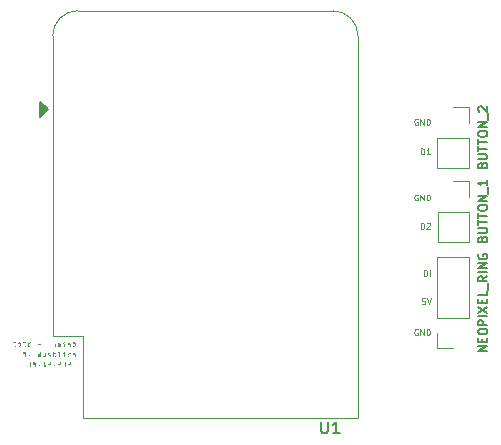
<source format=gbr>
G04 #@! TF.GenerationSoftware,KiCad,Pcbnew,8.0.7*
G04 #@! TF.CreationDate,2024-12-04T23:59:10+01:00*
G04 #@! TF.ProjectId,LuminO,4c756d69-6e4f-42e6-9b69-6361645f7063,rev?*
G04 #@! TF.SameCoordinates,Original*
G04 #@! TF.FileFunction,Legend,Top*
G04 #@! TF.FilePolarity,Positive*
%FSLAX46Y46*%
G04 Gerber Fmt 4.6, Leading zero omitted, Abs format (unit mm)*
G04 Created by KiCad (PCBNEW 8.0.7) date 2024-12-04 23:59:10*
%MOMM*%
%LPD*%
G01*
G04 APERTURE LIST*
%ADD10C,0.125000*%
%ADD11C,0.187500*%
%ADD12C,0.150000*%
%ADD13C,0.120000*%
G04 APERTURE END LIST*
D10*
G36*
X116243266Y-98314185D02*
G01*
X116393475Y-98314185D01*
X116418591Y-98318934D01*
X116440871Y-98331937D01*
X116445499Y-98335800D01*
X116461392Y-98354874D01*
X116469446Y-98378797D01*
X116470045Y-98388190D01*
X116461253Y-98407852D01*
X116441835Y-98415790D01*
X116421563Y-98409562D01*
X116411374Y-98387172D01*
X116411061Y-98386114D01*
X116393042Y-98369164D01*
X116388957Y-98368895D01*
X116246441Y-98368895D01*
X116236183Y-98376222D01*
X116240701Y-98386359D01*
X116454536Y-98662475D01*
X116466638Y-98684306D01*
X116470045Y-98704485D01*
X116464738Y-98729396D01*
X116451239Y-98748571D01*
X116430180Y-98763340D01*
X116409595Y-98767500D01*
X116254013Y-98767500D01*
X116228521Y-98763245D01*
X116206114Y-98750483D01*
X116200279Y-98745273D01*
X116184668Y-98724984D01*
X116177643Y-98701378D01*
X116177443Y-98696425D01*
X116185956Y-98672603D01*
X116207607Y-98665894D01*
X116227512Y-98673832D01*
X116235817Y-98692395D01*
X116242167Y-98707049D01*
X116258165Y-98712789D01*
X116401657Y-98712789D01*
X116410939Y-98703142D01*
X116406420Y-98693005D01*
X116192830Y-98419087D01*
X116181014Y-98397637D01*
X116177687Y-98377566D01*
X116183098Y-98352248D01*
X116196860Y-98333114D01*
X116218109Y-98318917D01*
X116243266Y-98314185D01*
G37*
G36*
X116770506Y-98317508D02*
G01*
X116793022Y-98328995D01*
X116810196Y-98348687D01*
X116814306Y-98356195D01*
X116877809Y-98484788D01*
X116886992Y-98508604D01*
X116891032Y-98534103D01*
X116891242Y-98541697D01*
X116888671Y-98567329D01*
X116880957Y-98591652D01*
X116877809Y-98598361D01*
X116814306Y-98725490D01*
X116800681Y-98745797D01*
X116780331Y-98760566D01*
X116754494Y-98767130D01*
X116745674Y-98767500D01*
X116721176Y-98763713D01*
X116704152Y-98755532D01*
X116685585Y-98739167D01*
X116676553Y-98725490D01*
X116612683Y-98598361D01*
X116604001Y-98575254D01*
X116600181Y-98549528D01*
X116599983Y-98541697D01*
X116600045Y-98540964D01*
X116658357Y-98540964D01*
X116661880Y-98565232D01*
X116666539Y-98577356D01*
X116728088Y-98701310D01*
X116745551Y-98712789D01*
X116762404Y-98701310D01*
X116824198Y-98577356D01*
X116831736Y-98553419D01*
X116832746Y-98540964D01*
X116828706Y-98515750D01*
X116824198Y-98504938D01*
X116763748Y-98382451D01*
X116745551Y-98368895D01*
X116726378Y-98382451D01*
X116666539Y-98504938D01*
X116659324Y-98528773D01*
X116658357Y-98540964D01*
X116600045Y-98540964D01*
X116602079Y-98516987D01*
X116609024Y-98492811D01*
X116612683Y-98484788D01*
X116676553Y-98356195D01*
X116690759Y-98335887D01*
X116711348Y-98321118D01*
X116736994Y-98314554D01*
X116745674Y-98314185D01*
X116770506Y-98317508D01*
G37*
G36*
X117088346Y-98314185D02*
G01*
X117238556Y-98314185D01*
X117263672Y-98318934D01*
X117285951Y-98331937D01*
X117290579Y-98335800D01*
X117306472Y-98354874D01*
X117314526Y-98378797D01*
X117315126Y-98388190D01*
X117306333Y-98407852D01*
X117286916Y-98415790D01*
X117266644Y-98409562D01*
X117256455Y-98387172D01*
X117256141Y-98386114D01*
X117238122Y-98369164D01*
X117234037Y-98368895D01*
X117091521Y-98368895D01*
X117081263Y-98376222D01*
X117085782Y-98386359D01*
X117299616Y-98662475D01*
X117311718Y-98684306D01*
X117315126Y-98704485D01*
X117309818Y-98729396D01*
X117296319Y-98748571D01*
X117275260Y-98763340D01*
X117254676Y-98767500D01*
X117099093Y-98767500D01*
X117073601Y-98763245D01*
X117051195Y-98750483D01*
X117045360Y-98745273D01*
X117029748Y-98724984D01*
X117022724Y-98701378D01*
X117022523Y-98696425D01*
X117031036Y-98672603D01*
X117052687Y-98665894D01*
X117072593Y-98673832D01*
X117080897Y-98692395D01*
X117087247Y-98707049D01*
X117103245Y-98712789D01*
X117246738Y-98712789D01*
X117256019Y-98703142D01*
X117251500Y-98693005D01*
X117037910Y-98419087D01*
X117026094Y-98397637D01*
X117022767Y-98377566D01*
X117028178Y-98352248D01*
X117041940Y-98333114D01*
X117063189Y-98318917D01*
X117088346Y-98314185D01*
G37*
G36*
X117445063Y-98738801D02*
G01*
X117445063Y-98343494D01*
X117453489Y-98322733D01*
X117473884Y-98314185D01*
X117494278Y-98322733D01*
X117502704Y-98343372D01*
X117502704Y-98481613D01*
X117687474Y-98321878D01*
X117709089Y-98314185D01*
X117729362Y-98322123D01*
X117737666Y-98340441D01*
X117728385Y-98359125D01*
X117518824Y-98536934D01*
X117728385Y-98722681D01*
X117736933Y-98740389D01*
X117728507Y-98759073D01*
X117707746Y-98767500D01*
X117686863Y-98759439D01*
X117502704Y-98596285D01*
X117502704Y-98737824D01*
X117494278Y-98758829D01*
X117473884Y-98767500D01*
X117453611Y-98759195D01*
X117445063Y-98738801D01*
G37*
G36*
X118581403Y-98539132D02*
G01*
X118581403Y-98565266D01*
X118572976Y-98586638D01*
X118552582Y-98595553D01*
X118319574Y-98595553D01*
X118299180Y-98586638D01*
X118290754Y-98565266D01*
X118290754Y-98539132D01*
X118299180Y-98518250D01*
X118319574Y-98509579D01*
X118552582Y-98509579D01*
X118572488Y-98517883D01*
X118581403Y-98539132D01*
G37*
G36*
X119135834Y-98767500D02*
G01*
X119135834Y-98342883D01*
X119144383Y-98322733D01*
X119164655Y-98314185D01*
X119184927Y-98322855D01*
X119193597Y-98343005D01*
X119193597Y-98712789D01*
X119397540Y-98712789D01*
X119418301Y-98720849D01*
X119427094Y-98740144D01*
X119418301Y-98759562D01*
X119397540Y-98767500D01*
X119135834Y-98767500D01*
G37*
G36*
X119695394Y-98712789D02*
G01*
X119792603Y-98658079D01*
X119792603Y-98469767D01*
X119801029Y-98448274D01*
X119821424Y-98439237D01*
X119841940Y-98447908D01*
X119850366Y-98468424D01*
X119850366Y-98739045D01*
X119841696Y-98759073D01*
X119821424Y-98767500D01*
X119801152Y-98758463D01*
X119792603Y-98736847D01*
X119792603Y-98712789D01*
X119742411Y-98747472D01*
X119720217Y-98759676D01*
X119695903Y-98766541D01*
X119682694Y-98767500D01*
X119655949Y-98767500D01*
X119630796Y-98764065D01*
X119608459Y-98753761D01*
X119595133Y-98743075D01*
X119579413Y-98723137D01*
X119570357Y-98700142D01*
X119568022Y-98683114D01*
X119559718Y-98467814D01*
X119567778Y-98447908D01*
X119588538Y-98439237D01*
X119608688Y-98447908D01*
X119617481Y-98468180D01*
X119625052Y-98681770D01*
X119634395Y-98705034D01*
X119658348Y-98712759D01*
X119660468Y-98712789D01*
X119695394Y-98712789D01*
G37*
G36*
X119973709Y-98738923D02*
G01*
X119973709Y-98467814D01*
X119982136Y-98447541D01*
X120002530Y-98439237D01*
X120025466Y-98449281D01*
X120030740Y-98460486D01*
X120051194Y-98446728D01*
X120075250Y-98439756D01*
X120084351Y-98439237D01*
X120108629Y-98443135D01*
X120131014Y-98456157D01*
X120141382Y-98466959D01*
X120160922Y-98451176D01*
X120183719Y-98441430D01*
X120201832Y-98439237D01*
X120226836Y-98443969D01*
X120248360Y-98458166D01*
X120262856Y-98478078D01*
X120269247Y-98502552D01*
X120269487Y-98506160D01*
X120277669Y-98739045D01*
X120268999Y-98759073D01*
X120248849Y-98767500D01*
X120228210Y-98758951D01*
X120219295Y-98738679D01*
X120212457Y-98512510D01*
X120201099Y-98493948D01*
X120189131Y-98499077D01*
X120154693Y-98528019D01*
X120154693Y-98739289D01*
X120146267Y-98759317D01*
X120125872Y-98767500D01*
X120105600Y-98759073D01*
X120097052Y-98738557D01*
X120097052Y-98508724D01*
X120084351Y-98493948D01*
X120072994Y-98498466D01*
X120031473Y-98533515D01*
X120031473Y-98738679D01*
X120023168Y-98758951D01*
X120003263Y-98767500D01*
X119982502Y-98759073D01*
X119973709Y-98738923D01*
G37*
G36*
X120518859Y-98282922D02*
G01*
X120549145Y-98282922D01*
X120569540Y-98291714D01*
X120577966Y-98312719D01*
X120577966Y-98338365D01*
X120569540Y-98359858D01*
X120549145Y-98368895D01*
X120518126Y-98368895D01*
X120497366Y-98359736D01*
X120489306Y-98339098D01*
X120490039Y-98312719D01*
X120498465Y-98291714D01*
X120518859Y-98282922D01*
G37*
G36*
X120636340Y-98767500D02*
G01*
X120460485Y-98767500D01*
X120440091Y-98759562D01*
X120431664Y-98740144D01*
X120440091Y-98720971D01*
X120460485Y-98712789D01*
X120519592Y-98712789D01*
X120519592Y-98493948D01*
X120461096Y-98493948D01*
X120440701Y-98485887D01*
X120432275Y-98466959D01*
X120440701Y-98447419D01*
X120461096Y-98439237D01*
X120549145Y-98439237D01*
X120569540Y-98448030D01*
X120577966Y-98468790D01*
X120577966Y-98712789D01*
X120635607Y-98712789D01*
X120656368Y-98720849D01*
X120665161Y-98740144D01*
X120656490Y-98759562D01*
X120636340Y-98767500D01*
G37*
G36*
X120962404Y-98501641D02*
G01*
X120883758Y-98540842D01*
X120883758Y-98736847D01*
X120875087Y-98758463D01*
X120854815Y-98767500D01*
X120834543Y-98759073D01*
X120825995Y-98739045D01*
X120825995Y-98468424D01*
X120834421Y-98447908D01*
X120854815Y-98439237D01*
X120875087Y-98447663D01*
X120883758Y-98467691D01*
X120883758Y-98486132D01*
X120936270Y-98455479D01*
X120958910Y-98444963D01*
X120983767Y-98439808D01*
X120995988Y-98439237D01*
X121022854Y-98439237D01*
X121047286Y-98442637D01*
X121070808Y-98453995D01*
X121082205Y-98463417D01*
X121097724Y-98483041D01*
X121106546Y-98505824D01*
X121108706Y-98522768D01*
X121116644Y-98739045D01*
X121108339Y-98759073D01*
X121087701Y-98767500D01*
X121067795Y-98759806D01*
X121058880Y-98738801D01*
X121050332Y-98524112D01*
X121040918Y-98500575D01*
X121018702Y-98493948D01*
X120990614Y-98493948D01*
X120966158Y-98499838D01*
X120962404Y-98501641D01*
G37*
G36*
X121418448Y-98317508D02*
G01*
X121440964Y-98328995D01*
X121458137Y-98348687D01*
X121462247Y-98356195D01*
X121525750Y-98484788D01*
X121534933Y-98508604D01*
X121538974Y-98534103D01*
X121539184Y-98541697D01*
X121536612Y-98567329D01*
X121528899Y-98591652D01*
X121525750Y-98598361D01*
X121462247Y-98725490D01*
X121448622Y-98745797D01*
X121428272Y-98760566D01*
X121402436Y-98767130D01*
X121393615Y-98767500D01*
X121369117Y-98763713D01*
X121352094Y-98755532D01*
X121333527Y-98739167D01*
X121324494Y-98725490D01*
X121260625Y-98598361D01*
X121251943Y-98575254D01*
X121248123Y-98549528D01*
X121247924Y-98541697D01*
X121247986Y-98540964D01*
X121306298Y-98540964D01*
X121309822Y-98565232D01*
X121314480Y-98577356D01*
X121376029Y-98701310D01*
X121393493Y-98712789D01*
X121410346Y-98701310D01*
X121472139Y-98577356D01*
X121479677Y-98553419D01*
X121480688Y-98540964D01*
X121476647Y-98515750D01*
X121472139Y-98504938D01*
X121411689Y-98382451D01*
X121393493Y-98368895D01*
X121374320Y-98382451D01*
X121314480Y-98504938D01*
X121307265Y-98528773D01*
X121306298Y-98540964D01*
X121247986Y-98540964D01*
X121250020Y-98516987D01*
X121256966Y-98492811D01*
X121260625Y-98484788D01*
X121324494Y-98356195D01*
X121338701Y-98335887D01*
X121359290Y-98321118D01*
X121384935Y-98314554D01*
X121393615Y-98314185D01*
X121418448Y-98317508D01*
G37*
G36*
X117139271Y-99329429D02*
G01*
X117139271Y-99315141D01*
X117079431Y-99232342D01*
X117079431Y-99578801D01*
X117071005Y-99599195D01*
X117050610Y-99607500D01*
X117030216Y-99598951D01*
X117021790Y-99578801D01*
X117021790Y-99154185D01*
X117096284Y-99154185D01*
X117167359Y-99261652D01*
X117240631Y-99154185D01*
X117313782Y-99154185D01*
X117313782Y-99578801D01*
X117304989Y-99599195D01*
X117284229Y-99607500D01*
X117263834Y-99598951D01*
X117255286Y-99578679D01*
X117255286Y-99232342D01*
X117196912Y-99313797D01*
X117196912Y-99329429D01*
X117188363Y-99349091D01*
X117168091Y-99357395D01*
X117147697Y-99349091D01*
X117139271Y-99329429D01*
G37*
G36*
X117561078Y-99419921D02*
G01*
X117619574Y-99419921D01*
X117639724Y-99428469D01*
X117648395Y-99449230D01*
X117648395Y-99499300D01*
X117639968Y-99520427D01*
X117619574Y-99529342D01*
X117560345Y-99529342D01*
X117539951Y-99520671D01*
X117531525Y-99500033D01*
X117531525Y-99449230D01*
X117540073Y-99428469D01*
X117561078Y-99419921D01*
G37*
G36*
X118465265Y-99331627D02*
G01*
X118465265Y-99524457D01*
X118482118Y-99552789D01*
X118506176Y-99552789D01*
X118523639Y-99523968D01*
X118523639Y-99183738D01*
X118532310Y-99162978D01*
X118553192Y-99154185D01*
X118573343Y-99162733D01*
X118582013Y-99182883D01*
X118582013Y-99530807D01*
X118574808Y-99548881D01*
X118548063Y-99592845D01*
X118527964Y-99607142D01*
X118522906Y-99607500D01*
X118468684Y-99607500D01*
X118444629Y-99599707D01*
X118435712Y-99585396D01*
X118419636Y-99604391D01*
X118404082Y-99607500D01*
X118353280Y-99607500D01*
X118329793Y-99600610D01*
X118321772Y-99591502D01*
X118296982Y-99550225D01*
X118290143Y-99530807D01*
X118290143Y-99183494D01*
X118298814Y-99162855D01*
X118319696Y-99154185D01*
X118339358Y-99162978D01*
X118347784Y-99183738D01*
X118347784Y-99525312D01*
X118364637Y-99552789D01*
X118389306Y-99552789D01*
X118407502Y-99523846D01*
X118407502Y-99331627D01*
X118415928Y-99311111D01*
X118436322Y-99302684D01*
X118456839Y-99311111D01*
X118465265Y-99331627D01*
G37*
G36*
X118850314Y-99552789D02*
G01*
X118947523Y-99498079D01*
X118947523Y-99309767D01*
X118955949Y-99288274D01*
X118976343Y-99279237D01*
X118996860Y-99287908D01*
X119005286Y-99308424D01*
X119005286Y-99579045D01*
X118996615Y-99599073D01*
X118976343Y-99607500D01*
X118956071Y-99598463D01*
X118947523Y-99576847D01*
X118947523Y-99552789D01*
X118897331Y-99587472D01*
X118875137Y-99599676D01*
X118850823Y-99606541D01*
X118837613Y-99607500D01*
X118810869Y-99607500D01*
X118785715Y-99604065D01*
X118763379Y-99593761D01*
X118750052Y-99583075D01*
X118734333Y-99563137D01*
X118725277Y-99540142D01*
X118722941Y-99523114D01*
X118714637Y-99307814D01*
X118722697Y-99287908D01*
X118743458Y-99279237D01*
X118763608Y-99287908D01*
X118772400Y-99308180D01*
X118779972Y-99521770D01*
X118789314Y-99545034D01*
X118813267Y-99552759D01*
X118815387Y-99552789D01*
X118850314Y-99552789D01*
G37*
G36*
X119216556Y-99279237D02*
G01*
X119348814Y-99279237D01*
X119374469Y-99282580D01*
X119397366Y-99292608D01*
X119403402Y-99296700D01*
X119421171Y-99313859D01*
X119427093Y-99330650D01*
X119418301Y-99349945D01*
X119398883Y-99357395D01*
X119375998Y-99347766D01*
X119373848Y-99345671D01*
X119351695Y-99333993D01*
X119350157Y-99333948D01*
X119219609Y-99333948D01*
X119200511Y-99349833D01*
X119200436Y-99352021D01*
X119213137Y-99371195D01*
X119366643Y-99436530D01*
X119387862Y-99449902D01*
X119404867Y-99469502D01*
X119415649Y-99491756D01*
X119419830Y-99516156D01*
X119419888Y-99519572D01*
X119416196Y-99545635D01*
X119405119Y-99568505D01*
X119393632Y-99581976D01*
X119372944Y-99597529D01*
X119348284Y-99606278D01*
X119334037Y-99607500D01*
X119217289Y-99607500D01*
X119191690Y-99604204D01*
X119167681Y-99594316D01*
X119161113Y-99590280D01*
X119142530Y-99574264D01*
X119135223Y-99556697D01*
X119143650Y-99537646D01*
X119165387Y-99529342D01*
X119188172Y-99540344D01*
X119188957Y-99541065D01*
X119211505Y-99551644D01*
X119225227Y-99552789D01*
X119332571Y-99552789D01*
X119353821Y-99542042D01*
X119362457Y-99518980D01*
X119362491Y-99517252D01*
X119354234Y-99494141D01*
X119343318Y-99486233D01*
X119188468Y-99420898D01*
X119167618Y-99408002D01*
X119154030Y-99392444D01*
X119144037Y-99370040D01*
X119142062Y-99354464D01*
X119146176Y-99329316D01*
X119158518Y-99307300D01*
X119163555Y-99301585D01*
X119184279Y-99286308D01*
X119208836Y-99279586D01*
X119216556Y-99279237D01*
G37*
G36*
X119761095Y-99607500D02*
G01*
X119703332Y-99607500D01*
X119677978Y-99603927D01*
X119655407Y-99593211D01*
X119641905Y-99582098D01*
X119626203Y-99561605D01*
X119617748Y-99538226D01*
X119616137Y-99521038D01*
X119616137Y-99333948D01*
X119586584Y-99333948D01*
X119566190Y-99326132D01*
X119557763Y-99306592D01*
X119566190Y-99287297D01*
X119586584Y-99279237D01*
X119616748Y-99279237D01*
X119616748Y-99207063D01*
X119625174Y-99186303D01*
X119645569Y-99177632D01*
X119665719Y-99186425D01*
X119674511Y-99207063D01*
X119674511Y-99279237D01*
X119790649Y-99279237D01*
X119810799Y-99287419D01*
X119819470Y-99306592D01*
X119810799Y-99326010D01*
X119790649Y-99333948D01*
X119673779Y-99333948D01*
X119673779Y-99523602D01*
X119682571Y-99544118D01*
X119703332Y-99552789D01*
X119759752Y-99552789D01*
X119782440Y-99543630D01*
X119790283Y-99529342D01*
X119805233Y-99509192D01*
X119819470Y-99505894D01*
X119840230Y-99513832D01*
X119848290Y-99533860D01*
X119842154Y-99558498D01*
X119826716Y-99580006D01*
X119823744Y-99583075D01*
X119803428Y-99597959D01*
X119779299Y-99605973D01*
X119761095Y-99607500D01*
G37*
G36*
X120213800Y-99607500D02*
G01*
X120039288Y-99607500D01*
X120018894Y-99599317D01*
X120010467Y-99579778D01*
X120018894Y-99560849D01*
X120039288Y-99552789D01*
X120097052Y-99552789D01*
X120097052Y-99208895D01*
X120038555Y-99208895D01*
X120018161Y-99200957D01*
X120009735Y-99181540D01*
X120018161Y-99162245D01*
X120038555Y-99154185D01*
X120126605Y-99154185D01*
X120146755Y-99162855D01*
X120155426Y-99183128D01*
X120155426Y-99552789D01*
X120213800Y-99552789D01*
X120233950Y-99560849D01*
X120242620Y-99579778D01*
X120234194Y-99599317D01*
X120213800Y-99607500D01*
G37*
G36*
X120518859Y-99122922D02*
G01*
X120549145Y-99122922D01*
X120569539Y-99131714D01*
X120577966Y-99152719D01*
X120577966Y-99178365D01*
X120569539Y-99199858D01*
X120549145Y-99208895D01*
X120518126Y-99208895D01*
X120497366Y-99199736D01*
X120489306Y-99179098D01*
X120490038Y-99152719D01*
X120498465Y-99131714D01*
X120518859Y-99122922D01*
G37*
G36*
X120636340Y-99607500D02*
G01*
X120460485Y-99607500D01*
X120440091Y-99599562D01*
X120431664Y-99580144D01*
X120440091Y-99560971D01*
X120460485Y-99552789D01*
X120519592Y-99552789D01*
X120519592Y-99333948D01*
X120461095Y-99333948D01*
X120440701Y-99325887D01*
X120432275Y-99306959D01*
X120440701Y-99287419D01*
X120461095Y-99279237D01*
X120549145Y-99279237D01*
X120569539Y-99288030D01*
X120577966Y-99308790D01*
X120577966Y-99552789D01*
X120635607Y-99552789D01*
X120656368Y-99560849D01*
X120665160Y-99580144D01*
X120656490Y-99599562D01*
X120636340Y-99607500D01*
G37*
G36*
X121088433Y-99607500D02*
G01*
X120965091Y-99607500D01*
X120940190Y-99604295D01*
X120916936Y-99593676D01*
X120909525Y-99588082D01*
X120853472Y-99539844D01*
X120837174Y-99521051D01*
X120828399Y-99497827D01*
X120826727Y-99479883D01*
X120826727Y-99405389D01*
X120830356Y-99379434D01*
X120843259Y-99356158D01*
X120857013Y-99342130D01*
X120907449Y-99299021D01*
X120929452Y-99285497D01*
X120954426Y-99279411D01*
X120959595Y-99279237D01*
X121089166Y-99279237D01*
X121109560Y-99287297D01*
X121117987Y-99306592D01*
X121109560Y-99326132D01*
X121089166Y-99333948D01*
X120965091Y-99333948D01*
X120942865Y-99343351D01*
X120896458Y-99383407D01*
X120885279Y-99405432D01*
X120885101Y-99409419D01*
X120885101Y-99480737D01*
X120894016Y-99500277D01*
X120944818Y-99544118D01*
X120968274Y-99552755D01*
X120970220Y-99552789D01*
X121088433Y-99552789D01*
X121108583Y-99560849D01*
X121117254Y-99580144D01*
X121108828Y-99599562D01*
X121088433Y-99607500D01*
G37*
G36*
X121247924Y-99578801D02*
G01*
X121247924Y-99182151D01*
X121256350Y-99162367D01*
X121276744Y-99154185D01*
X121297139Y-99162489D01*
X121305565Y-99182639D01*
X121305565Y-99326132D01*
X121351971Y-99297922D01*
X121374714Y-99286536D01*
X121398774Y-99279894D01*
X121408269Y-99279237D01*
X121444051Y-99279237D01*
X121469130Y-99282758D01*
X121491426Y-99293319D01*
X121504745Y-99304272D01*
X121520436Y-99324485D01*
X121529223Y-99347755D01*
X121531246Y-99364966D01*
X121538451Y-99578923D01*
X121530146Y-99599195D01*
X121509508Y-99607500D01*
X121489236Y-99598829D01*
X121480687Y-99578801D01*
X121473482Y-99362646D01*
X121464567Y-99342496D01*
X121443929Y-99333948D01*
X121411689Y-99333948D01*
X121387631Y-99340420D01*
X121305565Y-99380842D01*
X121305565Y-99576725D01*
X121297139Y-99598585D01*
X121276744Y-99607500D01*
X121256350Y-99599195D01*
X121247924Y-99578801D01*
G37*
G36*
X117704288Y-99999954D02*
G01*
X117718492Y-100010549D01*
X117732156Y-100032134D01*
X117734857Y-100049384D01*
X117734857Y-100392301D01*
X117729088Y-100417094D01*
X117718492Y-100431379D01*
X117696794Y-100444839D01*
X117679169Y-100447500D01*
X117500017Y-100447500D01*
X117475957Y-100442399D01*
X117460450Y-100431379D01*
X117446990Y-100409767D01*
X117444404Y-100392789D01*
X117501971Y-100392789D01*
X117677826Y-100392789D01*
X117677826Y-100048895D01*
X117501971Y-100048895D01*
X117501971Y-100392789D01*
X117444404Y-100392789D01*
X117444330Y-100392301D01*
X117444330Y-100049384D01*
X117450142Y-100024853D01*
X117460816Y-100010549D01*
X117482589Y-99996886D01*
X117500017Y-99994185D01*
X117679902Y-99994185D01*
X117704288Y-99999954D01*
G37*
G36*
X118056769Y-100418801D02*
G01*
X118056769Y-100299000D01*
X117882990Y-100299000D01*
X117882990Y-100023494D01*
X117891661Y-100002855D01*
X117912543Y-99994185D01*
X117932693Y-100002978D01*
X117941364Y-100023860D01*
X117941364Y-100244289D01*
X118056769Y-100244289D01*
X118056769Y-100071366D01*
X118065195Y-100050116D01*
X118085589Y-100041079D01*
X118106106Y-100050116D01*
X118114532Y-100071366D01*
X118114532Y-100244289D01*
X118134926Y-100252349D01*
X118143353Y-100271645D01*
X118134926Y-100291062D01*
X118114532Y-100299000D01*
X118114532Y-100418923D01*
X118105862Y-100439195D01*
X118085589Y-100447500D01*
X118065195Y-100439195D01*
X118056769Y-100418801D01*
G37*
G36*
X118406158Y-100259921D02*
G01*
X118464654Y-100259921D01*
X118484804Y-100268469D01*
X118493475Y-100289230D01*
X118493475Y-100339300D01*
X118485049Y-100360427D01*
X118464654Y-100369342D01*
X118405425Y-100369342D01*
X118385031Y-100360671D01*
X118376605Y-100340033D01*
X118376605Y-100289230D01*
X118385153Y-100268469D01*
X118406158Y-100259921D01*
G37*
G36*
X118740038Y-100392789D02*
G01*
X118828698Y-100392789D01*
X118828698Y-100048895D01*
X118741504Y-100048895D01*
X118721109Y-100040957D01*
X118712683Y-100021540D01*
X118721109Y-100002245D01*
X118741504Y-99994185D01*
X118886462Y-99994185D01*
X118886462Y-100392789D01*
X118944103Y-100392789D01*
X118944103Y-100272988D01*
X118952529Y-100252838D01*
X118972924Y-100244289D01*
X118993440Y-100252594D01*
X119001866Y-100272622D01*
X119001866Y-100419167D01*
X118993440Y-100439317D01*
X118973046Y-100447500D01*
X118740038Y-100447500D01*
X118719644Y-100439195D01*
X118711217Y-100419534D01*
X118719644Y-100400605D01*
X118740038Y-100392789D01*
G37*
G36*
X119397662Y-100447500D02*
G01*
X119135223Y-100447500D01*
X119135223Y-100248075D01*
X119140594Y-100223174D01*
X119152198Y-100206798D01*
X119173420Y-100192875D01*
X119192864Y-100189579D01*
X119367986Y-100189579D01*
X119367986Y-100048895D01*
X119161968Y-100048895D01*
X119141329Y-100040957D01*
X119133147Y-100021540D01*
X119141329Y-100002245D01*
X119161968Y-99994185D01*
X119368109Y-99994185D01*
X119392971Y-99999440D01*
X119409264Y-100010793D01*
X119423187Y-100031466D01*
X119426483Y-100050483D01*
X119426483Y-100187381D01*
X119421034Y-100211891D01*
X119409264Y-100227803D01*
X119387827Y-100241134D01*
X119368109Y-100244289D01*
X119192864Y-100244289D01*
X119192864Y-100392789D01*
X119397662Y-100392789D01*
X119417812Y-100400849D01*
X119426483Y-100420144D01*
X119417812Y-100439562D01*
X119397662Y-100447500D01*
G37*
G36*
X119673779Y-100259921D02*
G01*
X119732275Y-100259921D01*
X119752425Y-100268469D01*
X119761095Y-100289230D01*
X119761095Y-100339300D01*
X119752669Y-100360427D01*
X119732275Y-100369342D01*
X119673046Y-100369342D01*
X119652652Y-100360671D01*
X119644225Y-100340033D01*
X119644225Y-100289230D01*
X119652774Y-100268469D01*
X119673779Y-100259921D01*
G37*
G36*
X120242742Y-100447500D02*
G01*
X119980303Y-100447500D01*
X119980303Y-100248075D01*
X119985674Y-100223174D01*
X119997278Y-100206798D01*
X120018500Y-100192875D01*
X120037945Y-100189579D01*
X120213067Y-100189579D01*
X120213067Y-100048895D01*
X120007048Y-100048895D01*
X119986409Y-100040957D01*
X119978227Y-100021540D01*
X119986409Y-100002245D01*
X120007048Y-99994185D01*
X120213189Y-99994185D01*
X120238052Y-99999440D01*
X120254344Y-100010793D01*
X120268267Y-100031466D01*
X120271563Y-100050483D01*
X120271563Y-100187381D01*
X120266115Y-100211891D01*
X120254344Y-100227803D01*
X120232907Y-100241134D01*
X120213189Y-100244289D01*
X120037945Y-100244289D01*
X120037945Y-100392789D01*
X120242742Y-100392789D01*
X120262892Y-100400849D01*
X120271563Y-100420144D01*
X120262892Y-100439562D01*
X120242742Y-100447500D01*
G37*
G36*
X120662069Y-99999954D02*
G01*
X120676273Y-100010549D01*
X120689937Y-100032134D01*
X120692638Y-100049384D01*
X120692638Y-100392301D01*
X120686869Y-100417094D01*
X120676273Y-100431379D01*
X120654575Y-100444839D01*
X120636950Y-100447500D01*
X120457798Y-100447500D01*
X120433738Y-100442399D01*
X120418231Y-100431379D01*
X120404771Y-100409767D01*
X120402185Y-100392789D01*
X120459752Y-100392789D01*
X120635607Y-100392789D01*
X120635607Y-100048895D01*
X120459752Y-100048895D01*
X120459752Y-100392789D01*
X120402185Y-100392789D01*
X120402111Y-100392301D01*
X120402111Y-100049384D01*
X120407923Y-100024853D01*
X120418597Y-100010549D01*
X120440370Y-99996886D01*
X120457798Y-99994185D01*
X120637683Y-99994185D01*
X120662069Y-99999954D01*
G37*
G36*
X121087823Y-100447500D02*
G01*
X120825384Y-100447500D01*
X120825384Y-100248075D01*
X120830755Y-100223174D01*
X120842358Y-100206798D01*
X120863580Y-100192875D01*
X120883025Y-100189579D01*
X121058147Y-100189579D01*
X121058147Y-100048895D01*
X120852128Y-100048895D01*
X120831490Y-100040957D01*
X120823308Y-100021540D01*
X120831490Y-100002245D01*
X120852128Y-99994185D01*
X121058269Y-99994185D01*
X121083132Y-99999440D01*
X121099424Y-100010793D01*
X121113347Y-100031466D01*
X121116643Y-100050483D01*
X121116643Y-100187381D01*
X121111195Y-100211891D01*
X121099424Y-100227803D01*
X121077987Y-100241134D01*
X121058269Y-100244289D01*
X120883025Y-100244289D01*
X120883025Y-100392789D01*
X121087823Y-100392789D01*
X121107973Y-100400849D01*
X121116643Y-100420144D01*
X121107973Y-100439562D01*
X121087823Y-100447500D01*
G37*
G36*
X121437090Y-100418801D02*
G01*
X121437090Y-100299000D01*
X121263311Y-100299000D01*
X121263311Y-100023494D01*
X121271982Y-100002855D01*
X121292864Y-99994185D01*
X121313014Y-100002978D01*
X121321685Y-100023860D01*
X121321685Y-100244289D01*
X121437090Y-100244289D01*
X121437090Y-100071366D01*
X121445516Y-100050116D01*
X121465910Y-100041079D01*
X121486427Y-100050116D01*
X121494853Y-100071366D01*
X121494853Y-100244289D01*
X121515247Y-100252349D01*
X121523674Y-100271645D01*
X121515247Y-100291062D01*
X121494853Y-100299000D01*
X121494853Y-100418923D01*
X121486183Y-100439195D01*
X121465910Y-100447500D01*
X121445516Y-100439195D01*
X121437090Y-100418801D01*
G37*
X150463188Y-79456119D02*
X150415569Y-79432309D01*
X150415569Y-79432309D02*
X150344140Y-79432309D01*
X150344140Y-79432309D02*
X150272712Y-79456119D01*
X150272712Y-79456119D02*
X150225093Y-79503738D01*
X150225093Y-79503738D02*
X150201283Y-79551357D01*
X150201283Y-79551357D02*
X150177474Y-79646595D01*
X150177474Y-79646595D02*
X150177474Y-79718023D01*
X150177474Y-79718023D02*
X150201283Y-79813261D01*
X150201283Y-79813261D02*
X150225093Y-79860880D01*
X150225093Y-79860880D02*
X150272712Y-79908500D01*
X150272712Y-79908500D02*
X150344140Y-79932309D01*
X150344140Y-79932309D02*
X150391759Y-79932309D01*
X150391759Y-79932309D02*
X150463188Y-79908500D01*
X150463188Y-79908500D02*
X150486997Y-79884690D01*
X150486997Y-79884690D02*
X150486997Y-79718023D01*
X150486997Y-79718023D02*
X150391759Y-79718023D01*
X150701283Y-79932309D02*
X150701283Y-79432309D01*
X150701283Y-79432309D02*
X150986997Y-79932309D01*
X150986997Y-79932309D02*
X150986997Y-79432309D01*
X151225093Y-79932309D02*
X151225093Y-79432309D01*
X151225093Y-79432309D02*
X151344141Y-79432309D01*
X151344141Y-79432309D02*
X151415569Y-79456119D01*
X151415569Y-79456119D02*
X151463188Y-79503738D01*
X151463188Y-79503738D02*
X151486998Y-79551357D01*
X151486998Y-79551357D02*
X151510807Y-79646595D01*
X151510807Y-79646595D02*
X151510807Y-79718023D01*
X151510807Y-79718023D02*
X151486998Y-79813261D01*
X151486998Y-79813261D02*
X151463188Y-79860880D01*
X151463188Y-79860880D02*
X151415569Y-79908500D01*
X151415569Y-79908500D02*
X151344141Y-79932309D01*
X151344141Y-79932309D02*
X151225093Y-79932309D01*
X150748903Y-82432309D02*
X150748903Y-81932309D01*
X150748903Y-81932309D02*
X150867951Y-81932309D01*
X150867951Y-81932309D02*
X150939379Y-81956119D01*
X150939379Y-81956119D02*
X150986998Y-82003738D01*
X150986998Y-82003738D02*
X151010808Y-82051357D01*
X151010808Y-82051357D02*
X151034617Y-82146595D01*
X151034617Y-82146595D02*
X151034617Y-82218023D01*
X151034617Y-82218023D02*
X151010808Y-82313261D01*
X151010808Y-82313261D02*
X150986998Y-82360880D01*
X150986998Y-82360880D02*
X150939379Y-82408500D01*
X150939379Y-82408500D02*
X150867951Y-82432309D01*
X150867951Y-82432309D02*
X150748903Y-82432309D01*
X151510808Y-82432309D02*
X151225094Y-82432309D01*
X151367951Y-82432309D02*
X151367951Y-81932309D01*
X151367951Y-81932309D02*
X151320332Y-82003738D01*
X151320332Y-82003738D02*
X151272713Y-82051357D01*
X151272713Y-82051357D02*
X151225094Y-82075166D01*
X150748903Y-88732309D02*
X150748903Y-88232309D01*
X150748903Y-88232309D02*
X150867951Y-88232309D01*
X150867951Y-88232309D02*
X150939379Y-88256119D01*
X150939379Y-88256119D02*
X150986998Y-88303738D01*
X150986998Y-88303738D02*
X151010808Y-88351357D01*
X151010808Y-88351357D02*
X151034617Y-88446595D01*
X151034617Y-88446595D02*
X151034617Y-88518023D01*
X151034617Y-88518023D02*
X151010808Y-88613261D01*
X151010808Y-88613261D02*
X150986998Y-88660880D01*
X150986998Y-88660880D02*
X150939379Y-88708500D01*
X150939379Y-88708500D02*
X150867951Y-88732309D01*
X150867951Y-88732309D02*
X150748903Y-88732309D01*
X151225094Y-88279928D02*
X151248903Y-88256119D01*
X151248903Y-88256119D02*
X151296522Y-88232309D01*
X151296522Y-88232309D02*
X151415570Y-88232309D01*
X151415570Y-88232309D02*
X151463189Y-88256119D01*
X151463189Y-88256119D02*
X151486998Y-88279928D01*
X151486998Y-88279928D02*
X151510808Y-88327547D01*
X151510808Y-88327547D02*
X151510808Y-88375166D01*
X151510808Y-88375166D02*
X151486998Y-88446595D01*
X151486998Y-88446595D02*
X151201284Y-88732309D01*
X151201284Y-88732309D02*
X151510808Y-88732309D01*
X150463188Y-85856119D02*
X150415569Y-85832309D01*
X150415569Y-85832309D02*
X150344140Y-85832309D01*
X150344140Y-85832309D02*
X150272712Y-85856119D01*
X150272712Y-85856119D02*
X150225093Y-85903738D01*
X150225093Y-85903738D02*
X150201283Y-85951357D01*
X150201283Y-85951357D02*
X150177474Y-86046595D01*
X150177474Y-86046595D02*
X150177474Y-86118023D01*
X150177474Y-86118023D02*
X150201283Y-86213261D01*
X150201283Y-86213261D02*
X150225093Y-86260880D01*
X150225093Y-86260880D02*
X150272712Y-86308500D01*
X150272712Y-86308500D02*
X150344140Y-86332309D01*
X150344140Y-86332309D02*
X150391759Y-86332309D01*
X150391759Y-86332309D02*
X150463188Y-86308500D01*
X150463188Y-86308500D02*
X150486997Y-86284690D01*
X150486997Y-86284690D02*
X150486997Y-86118023D01*
X150486997Y-86118023D02*
X150391759Y-86118023D01*
X150701283Y-86332309D02*
X150701283Y-85832309D01*
X150701283Y-85832309D02*
X150986997Y-86332309D01*
X150986997Y-86332309D02*
X150986997Y-85832309D01*
X151225093Y-86332309D02*
X151225093Y-85832309D01*
X151225093Y-85832309D02*
X151344141Y-85832309D01*
X151344141Y-85832309D02*
X151415569Y-85856119D01*
X151415569Y-85856119D02*
X151463188Y-85903738D01*
X151463188Y-85903738D02*
X151486998Y-85951357D01*
X151486998Y-85951357D02*
X151510807Y-86046595D01*
X151510807Y-86046595D02*
X151510807Y-86118023D01*
X151510807Y-86118023D02*
X151486998Y-86213261D01*
X151486998Y-86213261D02*
X151463188Y-86260880D01*
X151463188Y-86260880D02*
X151415569Y-86308500D01*
X151415569Y-86308500D02*
X151344141Y-86332309D01*
X151344141Y-86332309D02*
X151225093Y-86332309D01*
X150986998Y-92732309D02*
X150986998Y-92232309D01*
X150986998Y-92232309D02*
X151106046Y-92232309D01*
X151106046Y-92232309D02*
X151177474Y-92256119D01*
X151177474Y-92256119D02*
X151225093Y-92303738D01*
X151225093Y-92303738D02*
X151248903Y-92351357D01*
X151248903Y-92351357D02*
X151272712Y-92446595D01*
X151272712Y-92446595D02*
X151272712Y-92518023D01*
X151272712Y-92518023D02*
X151248903Y-92613261D01*
X151248903Y-92613261D02*
X151225093Y-92660880D01*
X151225093Y-92660880D02*
X151177474Y-92708500D01*
X151177474Y-92708500D02*
X151106046Y-92732309D01*
X151106046Y-92732309D02*
X150986998Y-92732309D01*
X151486998Y-92732309D02*
X151486998Y-92232309D01*
X151058427Y-94632309D02*
X150820332Y-94632309D01*
X150820332Y-94632309D02*
X150796523Y-94870404D01*
X150796523Y-94870404D02*
X150820332Y-94846595D01*
X150820332Y-94846595D02*
X150867951Y-94822785D01*
X150867951Y-94822785D02*
X150986999Y-94822785D01*
X150986999Y-94822785D02*
X151034618Y-94846595D01*
X151034618Y-94846595D02*
X151058427Y-94870404D01*
X151058427Y-94870404D02*
X151082237Y-94918023D01*
X151082237Y-94918023D02*
X151082237Y-95037071D01*
X151082237Y-95037071D02*
X151058427Y-95084690D01*
X151058427Y-95084690D02*
X151034618Y-95108500D01*
X151034618Y-95108500D02*
X150986999Y-95132309D01*
X150986999Y-95132309D02*
X150867951Y-95132309D01*
X150867951Y-95132309D02*
X150820332Y-95108500D01*
X150820332Y-95108500D02*
X150796523Y-95084690D01*
X151225094Y-94632309D02*
X151391760Y-95132309D01*
X151391760Y-95132309D02*
X151558427Y-94632309D01*
X150463188Y-97256119D02*
X150415569Y-97232309D01*
X150415569Y-97232309D02*
X150344140Y-97232309D01*
X150344140Y-97232309D02*
X150272712Y-97256119D01*
X150272712Y-97256119D02*
X150225093Y-97303738D01*
X150225093Y-97303738D02*
X150201283Y-97351357D01*
X150201283Y-97351357D02*
X150177474Y-97446595D01*
X150177474Y-97446595D02*
X150177474Y-97518023D01*
X150177474Y-97518023D02*
X150201283Y-97613261D01*
X150201283Y-97613261D02*
X150225093Y-97660880D01*
X150225093Y-97660880D02*
X150272712Y-97708500D01*
X150272712Y-97708500D02*
X150344140Y-97732309D01*
X150344140Y-97732309D02*
X150391759Y-97732309D01*
X150391759Y-97732309D02*
X150463188Y-97708500D01*
X150463188Y-97708500D02*
X150486997Y-97684690D01*
X150486997Y-97684690D02*
X150486997Y-97518023D01*
X150486997Y-97518023D02*
X150391759Y-97518023D01*
X150701283Y-97732309D02*
X150701283Y-97232309D01*
X150701283Y-97232309D02*
X150986997Y-97732309D01*
X150986997Y-97732309D02*
X150986997Y-97232309D01*
X151225093Y-97732309D02*
X151225093Y-97232309D01*
X151225093Y-97232309D02*
X151344141Y-97232309D01*
X151344141Y-97232309D02*
X151415569Y-97256119D01*
X151415569Y-97256119D02*
X151463188Y-97303738D01*
X151463188Y-97303738D02*
X151486998Y-97351357D01*
X151486998Y-97351357D02*
X151510807Y-97446595D01*
X151510807Y-97446595D02*
X151510807Y-97518023D01*
X151510807Y-97518023D02*
X151486998Y-97613261D01*
X151486998Y-97613261D02*
X151463188Y-97660880D01*
X151463188Y-97660880D02*
X151415569Y-97708500D01*
X151415569Y-97708500D02*
X151344141Y-97732309D01*
X151344141Y-97732309D02*
X151225093Y-97732309D01*
D11*
X155944357Y-83339285D02*
X155980071Y-83232142D01*
X155980071Y-83232142D02*
X156015785Y-83196428D01*
X156015785Y-83196428D02*
X156087214Y-83160714D01*
X156087214Y-83160714D02*
X156194357Y-83160714D01*
X156194357Y-83160714D02*
X156265785Y-83196428D01*
X156265785Y-83196428D02*
X156301500Y-83232142D01*
X156301500Y-83232142D02*
X156337214Y-83303571D01*
X156337214Y-83303571D02*
X156337214Y-83589285D01*
X156337214Y-83589285D02*
X155587214Y-83589285D01*
X155587214Y-83589285D02*
X155587214Y-83339285D01*
X155587214Y-83339285D02*
X155622928Y-83267857D01*
X155622928Y-83267857D02*
X155658642Y-83232142D01*
X155658642Y-83232142D02*
X155730071Y-83196428D01*
X155730071Y-83196428D02*
X155801500Y-83196428D01*
X155801500Y-83196428D02*
X155872928Y-83232142D01*
X155872928Y-83232142D02*
X155908642Y-83267857D01*
X155908642Y-83267857D02*
X155944357Y-83339285D01*
X155944357Y-83339285D02*
X155944357Y-83589285D01*
X155587214Y-82839285D02*
X156194357Y-82839285D01*
X156194357Y-82839285D02*
X156265785Y-82803571D01*
X156265785Y-82803571D02*
X156301500Y-82767857D01*
X156301500Y-82767857D02*
X156337214Y-82696428D01*
X156337214Y-82696428D02*
X156337214Y-82553571D01*
X156337214Y-82553571D02*
X156301500Y-82482142D01*
X156301500Y-82482142D02*
X156265785Y-82446428D01*
X156265785Y-82446428D02*
X156194357Y-82410714D01*
X156194357Y-82410714D02*
X155587214Y-82410714D01*
X155587214Y-82160714D02*
X155587214Y-81732143D01*
X156337214Y-81946428D02*
X155587214Y-81946428D01*
X155587214Y-81589285D02*
X155587214Y-81160714D01*
X156337214Y-81374999D02*
X155587214Y-81374999D01*
X155587214Y-80767856D02*
X155587214Y-80624999D01*
X155587214Y-80624999D02*
X155622928Y-80553570D01*
X155622928Y-80553570D02*
X155694357Y-80482142D01*
X155694357Y-80482142D02*
X155837214Y-80446427D01*
X155837214Y-80446427D02*
X156087214Y-80446427D01*
X156087214Y-80446427D02*
X156230071Y-80482142D01*
X156230071Y-80482142D02*
X156301500Y-80553570D01*
X156301500Y-80553570D02*
X156337214Y-80624999D01*
X156337214Y-80624999D02*
X156337214Y-80767856D01*
X156337214Y-80767856D02*
X156301500Y-80839285D01*
X156301500Y-80839285D02*
X156230071Y-80910713D01*
X156230071Y-80910713D02*
X156087214Y-80946427D01*
X156087214Y-80946427D02*
X155837214Y-80946427D01*
X155837214Y-80946427D02*
X155694357Y-80910713D01*
X155694357Y-80910713D02*
X155622928Y-80839285D01*
X155622928Y-80839285D02*
X155587214Y-80767856D01*
X156337214Y-80124999D02*
X155587214Y-80124999D01*
X155587214Y-80124999D02*
X156337214Y-79696428D01*
X156337214Y-79696428D02*
X155587214Y-79696428D01*
X156408642Y-79517857D02*
X156408642Y-78946428D01*
X155658642Y-78803570D02*
X155622928Y-78767856D01*
X155622928Y-78767856D02*
X155587214Y-78696428D01*
X155587214Y-78696428D02*
X155587214Y-78517856D01*
X155587214Y-78517856D02*
X155622928Y-78446428D01*
X155622928Y-78446428D02*
X155658642Y-78410713D01*
X155658642Y-78410713D02*
X155730071Y-78374999D01*
X155730071Y-78374999D02*
X155801500Y-78374999D01*
X155801500Y-78374999D02*
X155908642Y-78410713D01*
X155908642Y-78410713D02*
X156337214Y-78839285D01*
X156337214Y-78839285D02*
X156337214Y-78374999D01*
D12*
X142293095Y-105064819D02*
X142293095Y-105874342D01*
X142293095Y-105874342D02*
X142340714Y-105969580D01*
X142340714Y-105969580D02*
X142388333Y-106017200D01*
X142388333Y-106017200D02*
X142483571Y-106064819D01*
X142483571Y-106064819D02*
X142674047Y-106064819D01*
X142674047Y-106064819D02*
X142769285Y-106017200D01*
X142769285Y-106017200D02*
X142816904Y-105969580D01*
X142816904Y-105969580D02*
X142864523Y-105874342D01*
X142864523Y-105874342D02*
X142864523Y-105064819D01*
X143864523Y-106064819D02*
X143293095Y-106064819D01*
X143578809Y-106064819D02*
X143578809Y-105064819D01*
X143578809Y-105064819D02*
X143483571Y-105207676D01*
X143483571Y-105207676D02*
X143388333Y-105302914D01*
X143388333Y-105302914D02*
X143293095Y-105350533D01*
D11*
X155944357Y-89589285D02*
X155980071Y-89482142D01*
X155980071Y-89482142D02*
X156015785Y-89446428D01*
X156015785Y-89446428D02*
X156087214Y-89410714D01*
X156087214Y-89410714D02*
X156194357Y-89410714D01*
X156194357Y-89410714D02*
X156265785Y-89446428D01*
X156265785Y-89446428D02*
X156301500Y-89482142D01*
X156301500Y-89482142D02*
X156337214Y-89553571D01*
X156337214Y-89553571D02*
X156337214Y-89839285D01*
X156337214Y-89839285D02*
X155587214Y-89839285D01*
X155587214Y-89839285D02*
X155587214Y-89589285D01*
X155587214Y-89589285D02*
X155622928Y-89517857D01*
X155622928Y-89517857D02*
X155658642Y-89482142D01*
X155658642Y-89482142D02*
X155730071Y-89446428D01*
X155730071Y-89446428D02*
X155801500Y-89446428D01*
X155801500Y-89446428D02*
X155872928Y-89482142D01*
X155872928Y-89482142D02*
X155908642Y-89517857D01*
X155908642Y-89517857D02*
X155944357Y-89589285D01*
X155944357Y-89589285D02*
X155944357Y-89839285D01*
X155587214Y-89089285D02*
X156194357Y-89089285D01*
X156194357Y-89089285D02*
X156265785Y-89053571D01*
X156265785Y-89053571D02*
X156301500Y-89017857D01*
X156301500Y-89017857D02*
X156337214Y-88946428D01*
X156337214Y-88946428D02*
X156337214Y-88803571D01*
X156337214Y-88803571D02*
X156301500Y-88732142D01*
X156301500Y-88732142D02*
X156265785Y-88696428D01*
X156265785Y-88696428D02*
X156194357Y-88660714D01*
X156194357Y-88660714D02*
X155587214Y-88660714D01*
X155587214Y-88410714D02*
X155587214Y-87982143D01*
X156337214Y-88196428D02*
X155587214Y-88196428D01*
X155587214Y-87839285D02*
X155587214Y-87410714D01*
X156337214Y-87624999D02*
X155587214Y-87624999D01*
X155587214Y-87017856D02*
X155587214Y-86874999D01*
X155587214Y-86874999D02*
X155622928Y-86803570D01*
X155622928Y-86803570D02*
X155694357Y-86732142D01*
X155694357Y-86732142D02*
X155837214Y-86696427D01*
X155837214Y-86696427D02*
X156087214Y-86696427D01*
X156087214Y-86696427D02*
X156230071Y-86732142D01*
X156230071Y-86732142D02*
X156301500Y-86803570D01*
X156301500Y-86803570D02*
X156337214Y-86874999D01*
X156337214Y-86874999D02*
X156337214Y-87017856D01*
X156337214Y-87017856D02*
X156301500Y-87089285D01*
X156301500Y-87089285D02*
X156230071Y-87160713D01*
X156230071Y-87160713D02*
X156087214Y-87196427D01*
X156087214Y-87196427D02*
X155837214Y-87196427D01*
X155837214Y-87196427D02*
X155694357Y-87160713D01*
X155694357Y-87160713D02*
X155622928Y-87089285D01*
X155622928Y-87089285D02*
X155587214Y-87017856D01*
X156337214Y-86374999D02*
X155587214Y-86374999D01*
X155587214Y-86374999D02*
X156337214Y-85946428D01*
X156337214Y-85946428D02*
X155587214Y-85946428D01*
X156408642Y-85767857D02*
X156408642Y-85196428D01*
X156337214Y-84624999D02*
X156337214Y-85053570D01*
X156337214Y-84839285D02*
X155587214Y-84839285D01*
X155587214Y-84839285D02*
X155694357Y-84910713D01*
X155694357Y-84910713D02*
X155765785Y-84982142D01*
X155765785Y-84982142D02*
X155801500Y-85053570D01*
D12*
X156339164Y-99107142D02*
X155589164Y-99107142D01*
X155589164Y-99107142D02*
X156339164Y-98678571D01*
X156339164Y-98678571D02*
X155589164Y-98678571D01*
X155946307Y-98321428D02*
X155946307Y-98071428D01*
X156339164Y-97964285D02*
X156339164Y-98321428D01*
X156339164Y-98321428D02*
X155589164Y-98321428D01*
X155589164Y-98321428D02*
X155589164Y-97964285D01*
X155589164Y-97500000D02*
X155589164Y-97357143D01*
X155589164Y-97357143D02*
X155624878Y-97285714D01*
X155624878Y-97285714D02*
X155696307Y-97214286D01*
X155696307Y-97214286D02*
X155839164Y-97178571D01*
X155839164Y-97178571D02*
X156089164Y-97178571D01*
X156089164Y-97178571D02*
X156232021Y-97214286D01*
X156232021Y-97214286D02*
X156303450Y-97285714D01*
X156303450Y-97285714D02*
X156339164Y-97357143D01*
X156339164Y-97357143D02*
X156339164Y-97500000D01*
X156339164Y-97500000D02*
X156303450Y-97571429D01*
X156303450Y-97571429D02*
X156232021Y-97642857D01*
X156232021Y-97642857D02*
X156089164Y-97678571D01*
X156089164Y-97678571D02*
X155839164Y-97678571D01*
X155839164Y-97678571D02*
X155696307Y-97642857D01*
X155696307Y-97642857D02*
X155624878Y-97571429D01*
X155624878Y-97571429D02*
X155589164Y-97500000D01*
X156339164Y-96857143D02*
X155589164Y-96857143D01*
X155589164Y-96857143D02*
X155589164Y-96571429D01*
X155589164Y-96571429D02*
X155624878Y-96500000D01*
X155624878Y-96500000D02*
X155660592Y-96464286D01*
X155660592Y-96464286D02*
X155732021Y-96428572D01*
X155732021Y-96428572D02*
X155839164Y-96428572D01*
X155839164Y-96428572D02*
X155910592Y-96464286D01*
X155910592Y-96464286D02*
X155946307Y-96500000D01*
X155946307Y-96500000D02*
X155982021Y-96571429D01*
X155982021Y-96571429D02*
X155982021Y-96857143D01*
X156339164Y-96107143D02*
X155589164Y-96107143D01*
X155589164Y-95821429D02*
X156339164Y-95321429D01*
X155589164Y-95321429D02*
X156339164Y-95821429D01*
X155946307Y-95035714D02*
X155946307Y-94785714D01*
X156339164Y-94678571D02*
X156339164Y-95035714D01*
X156339164Y-95035714D02*
X155589164Y-95035714D01*
X155589164Y-95035714D02*
X155589164Y-94678571D01*
X156339164Y-94000000D02*
X156339164Y-94357143D01*
X156339164Y-94357143D02*
X155589164Y-94357143D01*
X156410592Y-93928572D02*
X156410592Y-93357143D01*
X156339164Y-92750000D02*
X155982021Y-93000000D01*
X156339164Y-93178571D02*
X155589164Y-93178571D01*
X155589164Y-93178571D02*
X155589164Y-92892857D01*
X155589164Y-92892857D02*
X155624878Y-92821428D01*
X155624878Y-92821428D02*
X155660592Y-92785714D01*
X155660592Y-92785714D02*
X155732021Y-92750000D01*
X155732021Y-92750000D02*
X155839164Y-92750000D01*
X155839164Y-92750000D02*
X155910592Y-92785714D01*
X155910592Y-92785714D02*
X155946307Y-92821428D01*
X155946307Y-92821428D02*
X155982021Y-92892857D01*
X155982021Y-92892857D02*
X155982021Y-93178571D01*
X156339164Y-92428571D02*
X155589164Y-92428571D01*
X156339164Y-92071428D02*
X155589164Y-92071428D01*
X155589164Y-92071428D02*
X156339164Y-91642857D01*
X156339164Y-91642857D02*
X155589164Y-91642857D01*
X155624878Y-90892857D02*
X155589164Y-90964286D01*
X155589164Y-90964286D02*
X155589164Y-91071428D01*
X155589164Y-91071428D02*
X155624878Y-91178571D01*
X155624878Y-91178571D02*
X155696307Y-91250000D01*
X155696307Y-91250000D02*
X155767735Y-91285714D01*
X155767735Y-91285714D02*
X155910592Y-91321428D01*
X155910592Y-91321428D02*
X156017735Y-91321428D01*
X156017735Y-91321428D02*
X156160592Y-91285714D01*
X156160592Y-91285714D02*
X156232021Y-91250000D01*
X156232021Y-91250000D02*
X156303450Y-91178571D01*
X156303450Y-91178571D02*
X156339164Y-91071428D01*
X156339164Y-91071428D02*
X156339164Y-91000000D01*
X156339164Y-91000000D02*
X156303450Y-90892857D01*
X156303450Y-90892857D02*
X156267735Y-90857143D01*
X156267735Y-90857143D02*
X156017735Y-90857143D01*
X156017735Y-90857143D02*
X156017735Y-91000000D01*
D13*
X152145000Y-81020000D02*
X152145000Y-83620000D01*
X152145000Y-81020000D02*
X154805000Y-81020000D01*
X152145000Y-83620000D02*
X154805000Y-83620000D01*
X153475000Y-78420000D02*
X154805000Y-78420000D01*
X154805000Y-78420000D02*
X154805000Y-79750000D01*
X154805000Y-81020000D02*
X154805000Y-83620000D01*
X119555000Y-97830000D02*
X119555000Y-72400000D01*
X119555000Y-97830000D02*
X122095000Y-97830000D01*
X122095000Y-97830000D02*
X122095000Y-104730000D01*
X122095000Y-104730000D02*
X145415000Y-104730000D01*
X143295000Y-70270000D02*
X121685000Y-70270000D01*
X145415000Y-104730000D02*
X145415000Y-72400000D01*
X119555000Y-72400000D02*
G75*
G02*
X121685000Y-70270000I2130002J-2D01*
G01*
X143285000Y-70270000D02*
G75*
G02*
X145415000Y-72400000I0J-2130000D01*
G01*
D12*
X119150000Y-78610000D02*
X118515000Y-79245000D01*
X118515000Y-77975000D01*
X119150000Y-78610000D01*
G36*
X119150000Y-78610000D02*
G01*
X118515000Y-79245000D01*
X118515000Y-77975000D01*
X119150000Y-78610000D01*
G37*
D13*
X152170000Y-87270000D02*
X152170000Y-89870000D01*
X152170000Y-87270000D02*
X154830000Y-87270000D01*
X152170000Y-89870000D02*
X154830000Y-89870000D01*
X153500000Y-84670000D02*
X154830000Y-84670000D01*
X154830000Y-84670000D02*
X154830000Y-86000000D01*
X154830000Y-87270000D02*
X154830000Y-89870000D01*
X154805000Y-96255000D02*
X154805000Y-91115000D01*
X154805000Y-96255000D02*
X152145000Y-96255000D01*
X154805000Y-91115000D02*
X152145000Y-91115000D01*
X153475000Y-98855000D02*
X152145000Y-98855000D01*
X152145000Y-98855000D02*
X152145000Y-97525000D01*
X152145000Y-96255000D02*
X152145000Y-91115000D01*
M02*

</source>
